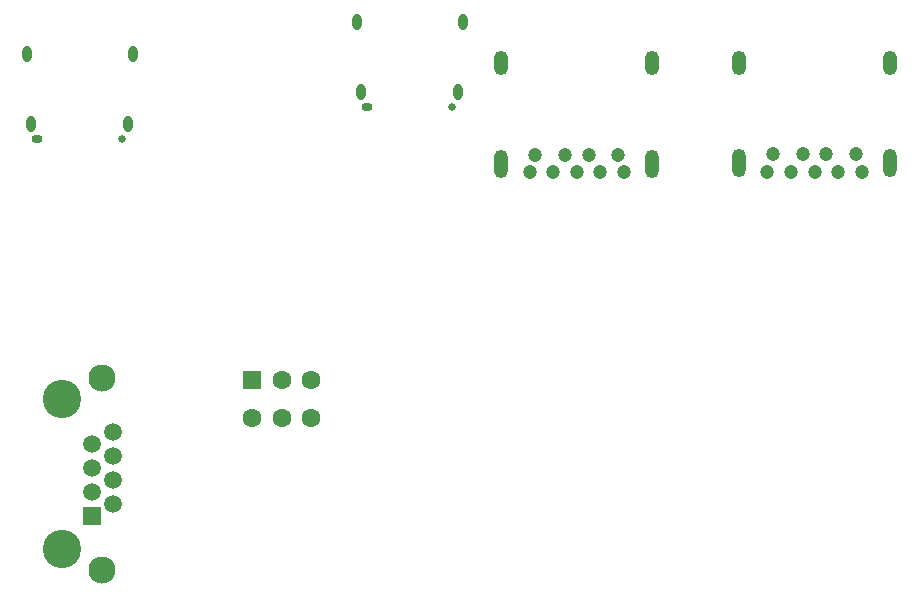
<source format=gbs>
%TF.GenerationSoftware,KiCad,Pcbnew,(6.99.0-818-g79c7d55a40)*%
%TF.CreationDate,2022-02-15T05:40:37+08:00*%
%TF.ProjectId,Project,50726f6a-6563-4742-9e6b-696361645f70,rev?*%
%TF.SameCoordinates,Original*%
%TF.FileFunction,Soldermask,Bot*%
%TF.FilePolarity,Negative*%
%FSLAX46Y46*%
G04 Gerber Fmt 4.6, Leading zero omitted, Abs format (unit mm)*
G04 Created by KiCad (PCBNEW (6.99.0-818-g79c7d55a40)) date 2022-02-15 05:40:37*
%MOMM*%
%LPD*%
G01*
G04 APERTURE LIST*
%ADD10O,0.950000X0.650000*%
%ADD11C,0.650000*%
%ADD12O,0.800000X1.400000*%
%ADD13R,1.600000X1.600000*%
%ADD14C,1.600000*%
%ADD15C,1.200000*%
%ADD16O,1.200000X2.400000*%
%ADD17O,1.200000X2.100000*%
%ADD18C,3.250000*%
%ADD19R,1.500000X1.500000*%
%ADD20C,1.500000*%
%ADD21C,2.300000*%
G04 APERTURE END LIST*
D10*
%TO.C,REF\u002A\u002A*%
X45294999Y-21758999D03*
D11*
X52495000Y-21759000D03*
D12*
X44404999Y-14558999D03*
X53384999Y-14558999D03*
X53024999Y-20508999D03*
X44764999Y-20508999D03*
%TD*%
D13*
%TO.C,SW1*%
X35565499Y-44881999D03*
D14*
X38065500Y-44882000D03*
X40565500Y-44882000D03*
X35565500Y-48082000D03*
X38065500Y-48082000D03*
X40565500Y-48082000D03*
%TD*%
D15*
%TO.C,J2*%
X86685000Y-25732000D03*
X84185000Y-25732000D03*
X82185000Y-25732000D03*
X79685000Y-25732000D03*
X79185000Y-27232000D03*
X81185000Y-27232000D03*
X83185000Y-27232000D03*
X85185000Y-27232000D03*
X87185000Y-27232000D03*
D16*
X89584999Y-26481999D03*
D17*
X89584999Y-17981999D03*
D16*
X76784999Y-26481999D03*
D17*
X76784999Y-17981999D03*
%TD*%
D15*
%TO.C,J1*%
X66548000Y-25781000D03*
X64048000Y-25781000D03*
X62048000Y-25781000D03*
X59548000Y-25781000D03*
X59048000Y-27281000D03*
X61048000Y-27281000D03*
X63048000Y-27281000D03*
X65048000Y-27281000D03*
X67048000Y-27281000D03*
D17*
X56647999Y-18030999D03*
D16*
X56647999Y-26530999D03*
D17*
X69447999Y-18030999D03*
D16*
X69447999Y-26530999D03*
%TD*%
D18*
%TO.C,REF\u002A\u002A*%
X19431000Y-46478000D03*
X19431000Y-59178000D03*
D19*
X21970999Y-56387999D03*
D20*
X23751000Y-55372000D03*
X21971000Y-54356000D03*
X23751000Y-53340000D03*
X21971000Y-52324000D03*
X23751000Y-51308000D03*
X21971000Y-50292000D03*
X23751000Y-49276000D03*
D21*
X22861000Y-44698000D03*
X22861000Y-60958000D03*
%TD*%
D10*
%TO.C,P1*%
X17354999Y-24425999D03*
D11*
X24555000Y-24426000D03*
D12*
X16464999Y-17225999D03*
X25444999Y-17225999D03*
X25084999Y-23175999D03*
X16824999Y-23175999D03*
%TD*%
M02*

</source>
